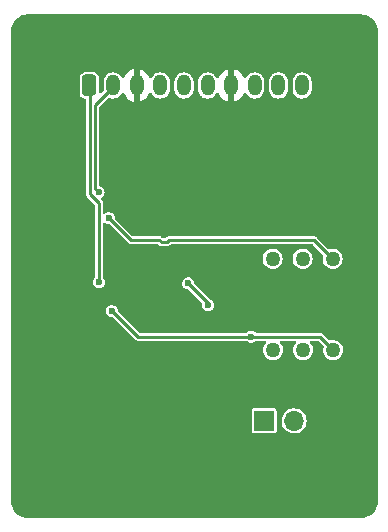
<source format=gbr>
%TF.GenerationSoftware,KiCad,Pcbnew,(6.0.8)*%
%TF.CreationDate,2023-06-01T04:28:43+02:00*%
%TF.ProjectId,BSPD-07,42535044-2d30-4372-9e6b-696361645f70,rev?*%
%TF.SameCoordinates,Original*%
%TF.FileFunction,Copper,L2,Bot*%
%TF.FilePolarity,Positive*%
%FSLAX46Y46*%
G04 Gerber Fmt 4.6, Leading zero omitted, Abs format (unit mm)*
G04 Created by KiCad (PCBNEW (6.0.8)) date 2023-06-01 04:28:43*
%MOMM*%
%LPD*%
G01*
G04 APERTURE LIST*
G04 Aperture macros list*
%AMRoundRect*
0 Rectangle with rounded corners*
0 $1 Rounding radius*
0 $2 $3 $4 $5 $6 $7 $8 $9 X,Y pos of 4 corners*
0 Add a 4 corners polygon primitive as box body*
4,1,4,$2,$3,$4,$5,$6,$7,$8,$9,$2,$3,0*
0 Add four circle primitives for the rounded corners*
1,1,$1+$1,$2,$3*
1,1,$1+$1,$4,$5*
1,1,$1+$1,$6,$7*
1,1,$1+$1,$8,$9*
0 Add four rect primitives between the rounded corners*
20,1,$1+$1,$2,$3,$4,$5,0*
20,1,$1+$1,$4,$5,$6,$7,0*
20,1,$1+$1,$6,$7,$8,$9,0*
20,1,$1+$1,$8,$9,$2,$3,0*%
G04 Aperture macros list end*
%TA.AperFunction,ComponentPad*%
%ADD10C,1.269000*%
%TD*%
%TA.AperFunction,ComponentPad*%
%ADD11R,1.700000X1.700000*%
%TD*%
%TA.AperFunction,ComponentPad*%
%ADD12O,1.700000X1.700000*%
%TD*%
%TA.AperFunction,ComponentPad*%
%ADD13RoundRect,0.250000X-0.350000X-0.650000X0.350000X-0.650000X0.350000X0.650000X-0.350000X0.650000X0*%
%TD*%
%TA.AperFunction,ComponentPad*%
%ADD14O,1.200000X1.800000*%
%TD*%
%TA.AperFunction,ViaPad*%
%ADD15C,0.600000*%
%TD*%
%TA.AperFunction,Conductor*%
%ADD16C,0.254000*%
%TD*%
%TA.AperFunction,Conductor*%
%ADD17C,0.300000*%
%TD*%
G04 APERTURE END LIST*
D10*
%TO.P,RV1,1,1*%
%TO.N,unconnected-(RV1-Pad1)*%
X170685200Y-113715800D03*
%TO.P,RV1,2,2*%
%TO.N,+5V*%
X173225200Y-113715800D03*
%TO.P,RV1,3,3*%
%TO.N,TPS_TRIG*%
X175765200Y-113715800D03*
%TD*%
%TO.P,RV2,1,1*%
%TO.N,unconnected-(RV2-Pad1)*%
X170736000Y-121437400D03*
%TO.P,RV2,2,2*%
%TO.N,+5V*%
X173276000Y-121437400D03*
%TO.P,RV2,3,3*%
%TO.N,BRAKE_TRIG*%
X175816000Y-121437400D03*
%TD*%
D11*
%TO.P,JP1,1,A*%
%TO.N,SAFETY_IN*%
X169969000Y-127431800D03*
D12*
%TO.P,JP1,2,B*%
%TO.N,SAFETY_OUT*%
X172509000Y-127431800D03*
%TD*%
D13*
%TO.P,J1,1,Pin_1*%
%TO.N,BRAKE_IN*%
X155180000Y-99034600D03*
D14*
%TO.P,J1,2,Pin_2*%
%TO.N,TPS_IN*%
X157180000Y-99034600D03*
%TO.P,J1,3,Pin_3*%
%TO.N,GND*%
X159180000Y-99034600D03*
%TO.P,J1,4,Pin_4*%
%TO.N,+5V*%
X161180000Y-99034600D03*
%TO.P,J1,5,Pin_5*%
%TO.N,SAFETY_IN*%
X163180000Y-99034600D03*
%TO.P,J1,6,Pin_6*%
%TO.N,SAFETY_OUT*%
X165180000Y-99034600D03*
%TO.P,J1,7,Pin_7*%
%TO.N,GND*%
X167180000Y-99034600D03*
%TO.P,J1,8,Pin_8*%
%TO.N,BRAKE_TRIG*%
X169180000Y-99034600D03*
%TO.P,J1,9,Pin_9*%
%TO.N,TPS_TRIG*%
X171180000Y-99034600D03*
%TO.P,J1,10,Pin_10*%
%TO.N,+12V*%
X173180000Y-99034600D03*
%TD*%
D15*
%TO.N,TPS_IN*%
X155952300Y-108077900D03*
%TO.N,GND*%
X161592000Y-121503400D03*
X154022800Y-110388400D03*
X153286200Y-110388400D03*
X160499800Y-120929400D03*
X152854400Y-105283000D03*
X171675800Y-103784400D03*
X151584400Y-120370600D03*
X161592000Y-117424200D03*
X159229800Y-120929400D03*
X155597600Y-133629400D03*
X173580800Y-104673400D03*
X159864800Y-120929400D03*
X153311600Y-118135400D03*
X150466800Y-130225800D03*
X152803600Y-126974600D03*
X169161200Y-109296200D03*
X175816000Y-132874400D03*
X169643800Y-103784400D03*
X152962800Y-109372400D03*
X154784800Y-110388400D03*
X172691800Y-103784400D03*
X172691800Y-104673400D03*
X153133800Y-129260600D03*
X173580800Y-103784400D03*
X152085600Y-112418400D03*
X163884800Y-114960400D03*
X154784800Y-118135400D03*
X154022800Y-118135400D03*
X161541200Y-109829600D03*
X161515800Y-104038400D03*
X170659800Y-104673400D03*
X152962800Y-116992400D03*
X161515800Y-111658400D03*
X164640000Y-121488200D03*
X163219600Y-131699000D03*
X171675800Y-104673400D03*
X170659800Y-103784400D03*
%TO.N,+5V*%
X165204302Y-117627400D03*
X163547800Y-115798600D03*
%TO.N,BRAKE_IN*%
X155969300Y-115680900D03*
%TO.N,TPS_TRIG*%
X156816800Y-110261400D03*
%TO.N,BRAKE_TRIG*%
X168873800Y-120302400D03*
X157070800Y-118135400D03*
%TD*%
D16*
%TO.N,TPS_IN*%
X155952300Y-108077900D02*
X155687600Y-107813200D01*
X157180000Y-99179400D02*
X157180000Y-99034600D01*
X155687600Y-107813200D02*
X155687600Y-100671800D01*
X155687600Y-100671800D02*
X157180000Y-99179400D01*
D17*
%TO.N,+5V*%
X165204302Y-117455102D02*
X163547800Y-115798600D01*
X165204302Y-117627400D02*
X165204302Y-117455102D01*
D16*
%TO.N,BRAKE_IN*%
X155233600Y-108245912D02*
X155233600Y-99088200D01*
X155969300Y-115680900D02*
X155969300Y-108981612D01*
X155233600Y-99088200D02*
X155180000Y-99034600D01*
X155969300Y-108981612D02*
X155233600Y-108245912D01*
%TO.N,TPS_TRIG*%
X161256088Y-112285400D02*
X161775512Y-112285400D01*
X158696400Y-112141000D02*
X161111688Y-112141000D01*
X156816800Y-110261400D02*
X158696400Y-112141000D01*
X161111688Y-112141000D02*
X161256088Y-112285400D01*
X174190400Y-112141000D02*
X175765200Y-113715800D01*
X161775512Y-112285400D02*
X161919912Y-112141000D01*
X161919912Y-112141000D02*
X174190400Y-112141000D01*
%TO.N,BRAKE_TRIG*%
X157070800Y-118135400D02*
X157121600Y-118135400D01*
X174681000Y-120302400D02*
X175816000Y-121437400D01*
X168873800Y-120302400D02*
X174681000Y-120302400D01*
X157121600Y-118135400D02*
X159288600Y-120302400D01*
X159288600Y-120302400D02*
X168873800Y-120302400D01*
%TD*%
%TA.AperFunction,Conductor*%
%TO.N,GND*%
G36*
X178133961Y-93022274D02*
G01*
X178138598Y-93022282D01*
X178152427Y-93025462D01*
X178166269Y-93022330D01*
X178176630Y-93022348D01*
X178186289Y-93022736D01*
X178368572Y-93037082D01*
X178388099Y-93040175D01*
X178588921Y-93088388D01*
X178607715Y-93094494D01*
X178798524Y-93173530D01*
X178816129Y-93182500D01*
X178992229Y-93290414D01*
X179008224Y-93302036D01*
X179165261Y-93436158D01*
X179179242Y-93450139D01*
X179313364Y-93607176D01*
X179324985Y-93623169D01*
X179432900Y-93799271D01*
X179441870Y-93816876D01*
X179520904Y-94007680D01*
X179527014Y-94026484D01*
X179575225Y-94227300D01*
X179578318Y-94246828D01*
X179592744Y-94430128D01*
X179593132Y-94440233D01*
X179593118Y-94448399D01*
X179589938Y-94462227D01*
X179593070Y-94476068D01*
X179593063Y-94479978D01*
X179595300Y-94500000D01*
X179595300Y-134162910D01*
X179593126Y-134182061D01*
X179593118Y-134186698D01*
X179589938Y-134200527D01*
X179593070Y-134214369D01*
X179593052Y-134224730D01*
X179592664Y-134234396D01*
X179578318Y-134416672D01*
X179575225Y-134436200D01*
X179527014Y-134637016D01*
X179520906Y-134655815D01*
X179441870Y-134846624D01*
X179432900Y-134864229D01*
X179402384Y-134914027D01*
X179324986Y-135040329D01*
X179313364Y-135056324D01*
X179179242Y-135213361D01*
X179165261Y-135227342D01*
X179008224Y-135361464D01*
X178992231Y-135373085D01*
X178816129Y-135481000D01*
X178798524Y-135489970D01*
X178607715Y-135569006D01*
X178588921Y-135575112D01*
X178388100Y-135623325D01*
X178368572Y-135626418D01*
X178185272Y-135640844D01*
X178175167Y-135641232D01*
X178167001Y-135641218D01*
X178153173Y-135638038D01*
X178139332Y-135641170D01*
X178135422Y-135641163D01*
X178115400Y-135643400D01*
X149996790Y-135643400D01*
X149977639Y-135641226D01*
X149973002Y-135641218D01*
X149959173Y-135638038D01*
X149945331Y-135641170D01*
X149934970Y-135641152D01*
X149925311Y-135640764D01*
X149743028Y-135626418D01*
X149723500Y-135623325D01*
X149522679Y-135575112D01*
X149503885Y-135569006D01*
X149313076Y-135489970D01*
X149295471Y-135481000D01*
X149119369Y-135373085D01*
X149103376Y-135361464D01*
X148946339Y-135227342D01*
X148932358Y-135213361D01*
X148798236Y-135056324D01*
X148786614Y-135040329D01*
X148709216Y-134914027D01*
X148678700Y-134864229D01*
X148669730Y-134846624D01*
X148590694Y-134655815D01*
X148584586Y-134637016D01*
X148536375Y-134436200D01*
X148533282Y-134416672D01*
X148519140Y-134236984D01*
X148519578Y-134212695D01*
X148520049Y-134208601D01*
X148521661Y-134201647D01*
X148521662Y-134200900D01*
X148519454Y-134191222D01*
X148516300Y-134163207D01*
X148516300Y-126561263D01*
X168910500Y-126561263D01*
X168910501Y-128302336D01*
X168922597Y-128363153D01*
X168968680Y-128432120D01*
X169037647Y-128478203D01*
X169049816Y-128480624D01*
X169049817Y-128480624D01*
X169091519Y-128488919D01*
X169098463Y-128490300D01*
X169968859Y-128490300D01*
X170839536Y-128490299D01*
X170900353Y-128478203D01*
X170910670Y-128471310D01*
X170910671Y-128471309D01*
X170959007Y-128439011D01*
X170969320Y-128432120D01*
X171015403Y-128363153D01*
X171017825Y-128350980D01*
X171026293Y-128308405D01*
X171027500Y-128302337D01*
X171027499Y-127416950D01*
X171445482Y-127416950D01*
X171462852Y-127623804D01*
X171520069Y-127823345D01*
X171522887Y-127828827D01*
X171522888Y-127828831D01*
X171612135Y-128002486D01*
X171614955Y-128007973D01*
X171743894Y-128170654D01*
X171748581Y-128174643D01*
X171748584Y-128174646D01*
X171897284Y-128301199D01*
X171901976Y-128305192D01*
X172083180Y-128406464D01*
X172280603Y-128470610D01*
X172486725Y-128495189D01*
X172492860Y-128494717D01*
X172492862Y-128494717D01*
X172687555Y-128479736D01*
X172687560Y-128479735D01*
X172693696Y-128479263D01*
X172699626Y-128477607D01*
X172699628Y-128477607D01*
X172793664Y-128451351D01*
X172893632Y-128423440D01*
X172992558Y-128373469D01*
X173073416Y-128332625D01*
X173073418Y-128332624D01*
X173078917Y-128329846D01*
X173242495Y-128202045D01*
X173378133Y-128044906D01*
X173480667Y-127864414D01*
X173546190Y-127667444D01*
X173572207Y-127461498D01*
X173572622Y-127431800D01*
X173552365Y-127225208D01*
X173492368Y-127026485D01*
X173394913Y-126843201D01*
X173346083Y-126783329D01*
X173267610Y-126687111D01*
X173267607Y-126687108D01*
X173263715Y-126682336D01*
X173256770Y-126676590D01*
X173108518Y-126553945D01*
X173108519Y-126553945D01*
X173103770Y-126550017D01*
X173098353Y-126547088D01*
X173098350Y-126547086D01*
X172926590Y-126454216D01*
X172926585Y-126454214D01*
X172921170Y-126451286D01*
X172722871Y-126389902D01*
X172716746Y-126389258D01*
X172716745Y-126389258D01*
X172522554Y-126368848D01*
X172522552Y-126368848D01*
X172516425Y-126368204D01*
X172447168Y-126374507D01*
X172315836Y-126386459D01*
X172315833Y-126386460D01*
X172309697Y-126387018D01*
X172303791Y-126388756D01*
X172303787Y-126388757D01*
X172182041Y-126424589D01*
X172110560Y-126445627D01*
X171926600Y-126541799D01*
X171764823Y-126671871D01*
X171760865Y-126676588D01*
X171760863Y-126676590D01*
X171756042Y-126682336D01*
X171631391Y-126830889D01*
X171628427Y-126836281D01*
X171628424Y-126836285D01*
X171624622Y-126843201D01*
X171531387Y-127012795D01*
X171468621Y-127210661D01*
X171467935Y-127216778D01*
X171467934Y-127216782D01*
X171466989Y-127225208D01*
X171445482Y-127416950D01*
X171027499Y-127416950D01*
X171027499Y-126561264D01*
X171015403Y-126500447D01*
X170969320Y-126431480D01*
X170900353Y-126385397D01*
X170888184Y-126382976D01*
X170888183Y-126382976D01*
X170845605Y-126374507D01*
X170839537Y-126373300D01*
X169969141Y-126373300D01*
X169098464Y-126373301D01*
X169037647Y-126385397D01*
X169027330Y-126392290D01*
X169027329Y-126392291D01*
X168983065Y-126421868D01*
X168968680Y-126431480D01*
X168922597Y-126500447D01*
X168920176Y-126512616D01*
X168920176Y-126512617D01*
X168914939Y-126538945D01*
X168910500Y-126561263D01*
X148516300Y-126561263D01*
X148516300Y-118129124D01*
X156557109Y-118129124D01*
X156575995Y-118273552D01*
X156579609Y-118281765D01*
X156579610Y-118281769D01*
X156619367Y-118372122D01*
X156634659Y-118406874D01*
X156728383Y-118518373D01*
X156735860Y-118523350D01*
X156842161Y-118594110D01*
X156842163Y-118594111D01*
X156849634Y-118599084D01*
X156988664Y-118642521D01*
X157068829Y-118643990D01*
X157106511Y-118644681D01*
X157174254Y-118665928D01*
X157193297Y-118681565D01*
X159037112Y-120525381D01*
X159044538Y-120533484D01*
X159069618Y-120563373D01*
X159079161Y-120568883D01*
X159079165Y-120568886D01*
X159103397Y-120582876D01*
X159112664Y-120588780D01*
X159144624Y-120611158D01*
X159155275Y-120614012D01*
X159158847Y-120615678D01*
X159162539Y-120617022D01*
X159172082Y-120622531D01*
X159182935Y-120624445D01*
X159182936Y-120624445D01*
X159198396Y-120627171D01*
X159210494Y-120629304D01*
X159221224Y-120631683D01*
X159248256Y-120638926D01*
X159248257Y-120638926D01*
X159258908Y-120641780D01*
X159297781Y-120638379D01*
X159308763Y-120637900D01*
X168432790Y-120637900D01*
X168500911Y-120657902D01*
X168518304Y-120673203D01*
X168518916Y-120672518D01*
X168525603Y-120678497D01*
X168531383Y-120685373D01*
X168538860Y-120690350D01*
X168645161Y-120761110D01*
X168645163Y-120761111D01*
X168652634Y-120766084D01*
X168791664Y-120809521D01*
X168937298Y-120812190D01*
X169007562Y-120793034D01*
X169069163Y-120776239D01*
X169069164Y-120776239D01*
X169077826Y-120773877D01*
X169086159Y-120768761D01*
X169175755Y-120713749D01*
X169201954Y-120697663D01*
X169208574Y-120690350D01*
X169218536Y-120679344D01*
X169279079Y-120642263D01*
X169311950Y-120637900D01*
X170038505Y-120637900D01*
X170106626Y-120657902D01*
X170153119Y-120711558D01*
X170163223Y-120781832D01*
X170132141Y-120848210D01*
X170050242Y-120939168D01*
X169961640Y-121092633D01*
X169959602Y-121098906D01*
X169959600Y-121098910D01*
X169948128Y-121134217D01*
X169906880Y-121261165D01*
X169888357Y-121437400D01*
X169906880Y-121613635D01*
X169961640Y-121782167D01*
X170050242Y-121935632D01*
X170168816Y-122067322D01*
X170174158Y-122071203D01*
X170174160Y-122071205D01*
X170306836Y-122167599D01*
X170312178Y-122171480D01*
X170318206Y-122174164D01*
X170318208Y-122174165D01*
X170468031Y-122240870D01*
X170474064Y-122243556D01*
X170480522Y-122244929D01*
X170480526Y-122244930D01*
X170567132Y-122263339D01*
X170647397Y-122280400D01*
X170824603Y-122280400D01*
X170904868Y-122263339D01*
X170991474Y-122244930D01*
X170991478Y-122244929D01*
X170997936Y-122243556D01*
X171003969Y-122240870D01*
X171153792Y-122174165D01*
X171153794Y-122174164D01*
X171159822Y-122171480D01*
X171165164Y-122167599D01*
X171297840Y-122071205D01*
X171297842Y-122071203D01*
X171303184Y-122067322D01*
X171421758Y-121935632D01*
X171510360Y-121782167D01*
X171565120Y-121613635D01*
X171583643Y-121437400D01*
X171565120Y-121261165D01*
X171523872Y-121134217D01*
X171512400Y-121098910D01*
X171512398Y-121098906D01*
X171510360Y-121092633D01*
X171421758Y-120939168D01*
X171339859Y-120848210D01*
X171309142Y-120784203D01*
X171317906Y-120713749D01*
X171363368Y-120659218D01*
X171433495Y-120637900D01*
X172578505Y-120637900D01*
X172646626Y-120657902D01*
X172693119Y-120711558D01*
X172703223Y-120781832D01*
X172672141Y-120848210D01*
X172590242Y-120939168D01*
X172501640Y-121092633D01*
X172499602Y-121098906D01*
X172499600Y-121098910D01*
X172488128Y-121134217D01*
X172446880Y-121261165D01*
X172428357Y-121437400D01*
X172446880Y-121613635D01*
X172501640Y-121782167D01*
X172590242Y-121935632D01*
X172708816Y-122067322D01*
X172714158Y-122071203D01*
X172714160Y-122071205D01*
X172846836Y-122167599D01*
X172852178Y-122171480D01*
X172858206Y-122174164D01*
X172858208Y-122174165D01*
X173008031Y-122240870D01*
X173014064Y-122243556D01*
X173020522Y-122244929D01*
X173020526Y-122244930D01*
X173107132Y-122263339D01*
X173187397Y-122280400D01*
X173364603Y-122280400D01*
X173444868Y-122263339D01*
X173531474Y-122244930D01*
X173531478Y-122244929D01*
X173537936Y-122243556D01*
X173543969Y-122240870D01*
X173693792Y-122174165D01*
X173693794Y-122174164D01*
X173699822Y-122171480D01*
X173705164Y-122167599D01*
X173837840Y-122071205D01*
X173837842Y-122071203D01*
X173843184Y-122067322D01*
X173961758Y-121935632D01*
X174050360Y-121782167D01*
X174105120Y-121613635D01*
X174123643Y-121437400D01*
X174105120Y-121261165D01*
X174063872Y-121134217D01*
X174052400Y-121098910D01*
X174052398Y-121098906D01*
X174050360Y-121092633D01*
X173961758Y-120939168D01*
X173879859Y-120848210D01*
X173849142Y-120784203D01*
X173857906Y-120713749D01*
X173903368Y-120659218D01*
X173973495Y-120637900D01*
X174489842Y-120637900D01*
X174557963Y-120657902D01*
X174578937Y-120674805D01*
X174976037Y-121071905D01*
X175010063Y-121134217D01*
X175006775Y-121199935D01*
X174986880Y-121261165D01*
X174968357Y-121437400D01*
X174986880Y-121613635D01*
X175041640Y-121782167D01*
X175130242Y-121935632D01*
X175248816Y-122067322D01*
X175254158Y-122071203D01*
X175254160Y-122071205D01*
X175386836Y-122167599D01*
X175392178Y-122171480D01*
X175398206Y-122174164D01*
X175398208Y-122174165D01*
X175548031Y-122240870D01*
X175554064Y-122243556D01*
X175560522Y-122244929D01*
X175560526Y-122244930D01*
X175647132Y-122263339D01*
X175727397Y-122280400D01*
X175904603Y-122280400D01*
X175984868Y-122263339D01*
X176071474Y-122244930D01*
X176071478Y-122244929D01*
X176077936Y-122243556D01*
X176083969Y-122240870D01*
X176233792Y-122174165D01*
X176233794Y-122174164D01*
X176239822Y-122171480D01*
X176245164Y-122167599D01*
X176377840Y-122071205D01*
X176377842Y-122071203D01*
X176383184Y-122067322D01*
X176501758Y-121935632D01*
X176590360Y-121782167D01*
X176645120Y-121613635D01*
X176663643Y-121437400D01*
X176645120Y-121261165D01*
X176603872Y-121134217D01*
X176592400Y-121098910D01*
X176592398Y-121098906D01*
X176590360Y-121092633D01*
X176501758Y-120939168D01*
X176383184Y-120807478D01*
X176377842Y-120803597D01*
X176377840Y-120803595D01*
X176245164Y-120707201D01*
X176245163Y-120707200D01*
X176239822Y-120703320D01*
X176233794Y-120700636D01*
X176233792Y-120700635D01*
X176083969Y-120633930D01*
X176077936Y-120631244D01*
X176071478Y-120629871D01*
X176071474Y-120629870D01*
X175983441Y-120611158D01*
X175904603Y-120594400D01*
X175727397Y-120594400D01*
X175563455Y-120629248D01*
X175492665Y-120623846D01*
X175448164Y-120595096D01*
X174932493Y-120079425D01*
X174925066Y-120071321D01*
X174907068Y-120049872D01*
X174899982Y-120041427D01*
X174890437Y-120035916D01*
X174890433Y-120035913D01*
X174866194Y-120021919D01*
X174856923Y-120016013D01*
X174824976Y-119993643D01*
X174814328Y-119990790D01*
X174810754Y-119989123D01*
X174807063Y-119987779D01*
X174797518Y-119982269D01*
X174786665Y-119980355D01*
X174786664Y-119980355D01*
X174771389Y-119977662D01*
X174759096Y-119975494D01*
X174748365Y-119973115D01*
X174721339Y-119965873D01*
X174721334Y-119965873D01*
X174710692Y-119963021D01*
X174699717Y-119963981D01*
X174699715Y-119963981D01*
X174671826Y-119966421D01*
X174660845Y-119966900D01*
X169313752Y-119966900D01*
X169245631Y-119946898D01*
X169218302Y-119923151D01*
X169217377Y-119922078D01*
X169217375Y-119922077D01*
X169211513Y-119915273D01*
X169089285Y-119836048D01*
X168949734Y-119794314D01*
X168940758Y-119794259D01*
X168940757Y-119794259D01*
X168879444Y-119793885D01*
X168804079Y-119793424D01*
X168664029Y-119833451D01*
X168540842Y-119911176D01*
X168529242Y-119924310D01*
X168469157Y-119962126D01*
X168434803Y-119966900D01*
X159479759Y-119966900D01*
X159411638Y-119946898D01*
X159390664Y-119929995D01*
X157612283Y-118151615D01*
X157578258Y-118089303D01*
X157576651Y-118080382D01*
X157565155Y-118000107D01*
X157565152Y-118000098D01*
X157563880Y-117991213D01*
X157532108Y-117921334D01*
X157507308Y-117866790D01*
X157507307Y-117866788D01*
X157503592Y-117858618D01*
X157408513Y-117748273D01*
X157286285Y-117669048D01*
X157146734Y-117627314D01*
X157137758Y-117627259D01*
X157137757Y-117627259D01*
X157076444Y-117626885D01*
X157001079Y-117626424D01*
X156861029Y-117666451D01*
X156737842Y-117744176D01*
X156641422Y-117853351D01*
X156637608Y-117861474D01*
X156637607Y-117861476D01*
X156616426Y-117906590D01*
X156579519Y-117985200D01*
X156578139Y-117994065D01*
X156578138Y-117994067D01*
X156561451Y-118101239D01*
X156557109Y-118129124D01*
X148516300Y-118129124D01*
X148516300Y-99739388D01*
X154371500Y-99739388D01*
X154374534Y-99771485D01*
X154420216Y-99901569D01*
X154502129Y-100012471D01*
X154509700Y-100018063D01*
X154590933Y-100078062D01*
X154613031Y-100094384D01*
X154621916Y-100097504D01*
X154735870Y-100137522D01*
X154735872Y-100137522D01*
X154743115Y-100140066D01*
X154750759Y-100140789D01*
X154750761Y-100140789D01*
X154760005Y-100141663D01*
X154775212Y-100143100D01*
X154778050Y-100143100D01*
X154845134Y-100166278D01*
X154889050Y-100222062D01*
X154898100Y-100268953D01*
X154898100Y-108225757D01*
X154897621Y-108236738D01*
X154894221Y-108275604D01*
X154897073Y-108286246D01*
X154897073Y-108286251D01*
X154904315Y-108313277D01*
X154906694Y-108324008D01*
X154913469Y-108362430D01*
X154918979Y-108371975D01*
X154920323Y-108375666D01*
X154921990Y-108379240D01*
X154924843Y-108389888D01*
X154947213Y-108421835D01*
X154953119Y-108431106D01*
X154967113Y-108455345D01*
X154967116Y-108455349D01*
X154972627Y-108464894D01*
X154981072Y-108471980D01*
X155002515Y-108489973D01*
X155010620Y-108497400D01*
X155596896Y-109083677D01*
X155630921Y-109145989D01*
X155633800Y-109172772D01*
X155633800Y-115244880D01*
X155613798Y-115313001D01*
X155602242Y-115328287D01*
X155539922Y-115398851D01*
X155536108Y-115406974D01*
X155536107Y-115406976D01*
X155484662Y-115516551D01*
X155478019Y-115530700D01*
X155476639Y-115539565D01*
X155476638Y-115539567D01*
X155458312Y-115657267D01*
X155455609Y-115674624D01*
X155456773Y-115683526D01*
X155456773Y-115683529D01*
X155467415Y-115764908D01*
X155474495Y-115819052D01*
X155478109Y-115827265D01*
X155478110Y-115827269D01*
X155478537Y-115828239D01*
X155533159Y-115952374D01*
X155538934Y-115959244D01*
X155538935Y-115959246D01*
X155546440Y-115968174D01*
X155626883Y-116063873D01*
X155634360Y-116068850D01*
X155740661Y-116139610D01*
X155740663Y-116139611D01*
X155748134Y-116144584D01*
X155887164Y-116188021D01*
X156032798Y-116190690D01*
X156103062Y-116171533D01*
X156164663Y-116154739D01*
X156164664Y-116154739D01*
X156173326Y-116152377D01*
X156181659Y-116147261D01*
X156289802Y-116080861D01*
X156297454Y-116076163D01*
X156304074Y-116068850D01*
X156389173Y-115974834D01*
X156389174Y-115974833D01*
X156395201Y-115968174D01*
X156414739Y-115927849D01*
X156454795Y-115845172D01*
X156454795Y-115845171D01*
X156458710Y-115837091D01*
X156466242Y-115792324D01*
X163034109Y-115792324D01*
X163035273Y-115801226D01*
X163035273Y-115801229D01*
X163046896Y-115890114D01*
X163052995Y-115936752D01*
X163056609Y-115944965D01*
X163056610Y-115944969D01*
X163096367Y-116035322D01*
X163111659Y-116070074D01*
X163117434Y-116076944D01*
X163117435Y-116076946D01*
X163176541Y-116147261D01*
X163205383Y-116181573D01*
X163219079Y-116190690D01*
X163319161Y-116257310D01*
X163319163Y-116257311D01*
X163326634Y-116262284D01*
X163465664Y-116305721D01*
X163498627Y-116306325D01*
X163566369Y-116327572D01*
X163585413Y-116343209D01*
X164668631Y-117426426D01*
X164702656Y-117488738D01*
X164704036Y-117534905D01*
X164690611Y-117621124D01*
X164691775Y-117630026D01*
X164691775Y-117630029D01*
X164697164Y-117671239D01*
X164709497Y-117765552D01*
X164713111Y-117773765D01*
X164713112Y-117773769D01*
X164748130Y-117853351D01*
X164768161Y-117898874D01*
X164773936Y-117905744D01*
X164773937Y-117905746D01*
X164856105Y-118003497D01*
X164861885Y-118010373D01*
X164869362Y-118015350D01*
X164975663Y-118086110D01*
X164975665Y-118086111D01*
X164983136Y-118091084D01*
X165122166Y-118134521D01*
X165267800Y-118137190D01*
X165338064Y-118118033D01*
X165399665Y-118101239D01*
X165399666Y-118101239D01*
X165408328Y-118098877D01*
X165416661Y-118093761D01*
X165524804Y-118027361D01*
X165532456Y-118022663D01*
X165539076Y-118015350D01*
X165624175Y-117921334D01*
X165624176Y-117921333D01*
X165630203Y-117914674D01*
X165660657Y-117851818D01*
X165689797Y-117791672D01*
X165689797Y-117791671D01*
X165693712Y-117783591D01*
X165712983Y-117669048D01*
X165717072Y-117644744D01*
X165717072Y-117644741D01*
X165717878Y-117639952D01*
X165718031Y-117627400D01*
X165697382Y-117483213D01*
X165692673Y-117472856D01*
X165640810Y-117358790D01*
X165640809Y-117358788D01*
X165637094Y-117350618D01*
X165542015Y-117240273D01*
X165423713Y-117163592D01*
X165403150Y-117146955D01*
X164092336Y-115836141D01*
X164058310Y-115773829D01*
X164056704Y-115764908D01*
X164042154Y-115663306D01*
X164042153Y-115663303D01*
X164040880Y-115654413D01*
X164037162Y-115646235D01*
X163984308Y-115529990D01*
X163984307Y-115529988D01*
X163980592Y-115521818D01*
X163885513Y-115411473D01*
X163763285Y-115332248D01*
X163623734Y-115290514D01*
X163614758Y-115290459D01*
X163614757Y-115290459D01*
X163553444Y-115290085D01*
X163478079Y-115289624D01*
X163338029Y-115329651D01*
X163214842Y-115407376D01*
X163118422Y-115516551D01*
X163114608Y-115524674D01*
X163114607Y-115524676D01*
X163060333Y-115640276D01*
X163056519Y-115648400D01*
X163055139Y-115657265D01*
X163055138Y-115657267D01*
X163036989Y-115773829D01*
X163034109Y-115792324D01*
X156466242Y-115792324D01*
X156482876Y-115693452D01*
X156483029Y-115680900D01*
X156462380Y-115536713D01*
X156456907Y-115524676D01*
X156405808Y-115412290D01*
X156405807Y-115412288D01*
X156402092Y-115404118D01*
X156391757Y-115392123D01*
X156335346Y-115326655D01*
X156306033Y-115261993D01*
X156304800Y-115244408D01*
X156304800Y-113715800D01*
X169837557Y-113715800D01*
X169856080Y-113892035D01*
X169910840Y-114060567D01*
X169999442Y-114214032D01*
X170118016Y-114345722D01*
X170123358Y-114349603D01*
X170123360Y-114349605D01*
X170256036Y-114445999D01*
X170261378Y-114449880D01*
X170267406Y-114452564D01*
X170267408Y-114452565D01*
X170417231Y-114519270D01*
X170423264Y-114521956D01*
X170429722Y-114523329D01*
X170429726Y-114523330D01*
X170516332Y-114541739D01*
X170596597Y-114558800D01*
X170773803Y-114558800D01*
X170854068Y-114541739D01*
X170940674Y-114523330D01*
X170940678Y-114523329D01*
X170947136Y-114521956D01*
X170953169Y-114519270D01*
X171102992Y-114452565D01*
X171102994Y-114452564D01*
X171109022Y-114449880D01*
X171114364Y-114445999D01*
X171247040Y-114349605D01*
X171247042Y-114349603D01*
X171252384Y-114345722D01*
X171370958Y-114214032D01*
X171459560Y-114060567D01*
X171514320Y-113892035D01*
X171532843Y-113715800D01*
X172377557Y-113715800D01*
X172396080Y-113892035D01*
X172450840Y-114060567D01*
X172539442Y-114214032D01*
X172658016Y-114345722D01*
X172663358Y-114349603D01*
X172663360Y-114349605D01*
X172796036Y-114445999D01*
X172801378Y-114449880D01*
X172807406Y-114452564D01*
X172807408Y-114452565D01*
X172957231Y-114519270D01*
X172963264Y-114521956D01*
X172969722Y-114523329D01*
X172969726Y-114523330D01*
X173056332Y-114541739D01*
X173136597Y-114558800D01*
X173313803Y-114558800D01*
X173394068Y-114541739D01*
X173480674Y-114523330D01*
X173480678Y-114523329D01*
X173487136Y-114521956D01*
X173493169Y-114519270D01*
X173642992Y-114452565D01*
X173642994Y-114452564D01*
X173649022Y-114449880D01*
X173654364Y-114445999D01*
X173787040Y-114349605D01*
X173787042Y-114349603D01*
X173792384Y-114345722D01*
X173910958Y-114214032D01*
X173999560Y-114060567D01*
X174054320Y-113892035D01*
X174072843Y-113715800D01*
X174054320Y-113539565D01*
X174013072Y-113412617D01*
X174001600Y-113377310D01*
X174001598Y-113377306D01*
X173999560Y-113371033D01*
X173910958Y-113217568D01*
X173792384Y-113085878D01*
X173787041Y-113081996D01*
X173787040Y-113081995D01*
X173654364Y-112985601D01*
X173654361Y-112985599D01*
X173649022Y-112981720D01*
X173642994Y-112979036D01*
X173642992Y-112979035D01*
X173493169Y-112912330D01*
X173487136Y-112909644D01*
X173480678Y-112908271D01*
X173480674Y-112908270D01*
X173394068Y-112889861D01*
X173313803Y-112872800D01*
X173136597Y-112872800D01*
X173056332Y-112889861D01*
X172969726Y-112908270D01*
X172969722Y-112908271D01*
X172963264Y-112909644D01*
X172851386Y-112959455D01*
X172807410Y-112979035D01*
X172801379Y-112981720D01*
X172658016Y-113085878D01*
X172539442Y-113217568D01*
X172450840Y-113371033D01*
X172448802Y-113377306D01*
X172448800Y-113377310D01*
X172437328Y-113412617D01*
X172396080Y-113539565D01*
X172377557Y-113715800D01*
X171532843Y-113715800D01*
X171514320Y-113539565D01*
X171473072Y-113412617D01*
X171461600Y-113377310D01*
X171461598Y-113377306D01*
X171459560Y-113371033D01*
X171370958Y-113217568D01*
X171252384Y-113085878D01*
X171247041Y-113081996D01*
X171247040Y-113081995D01*
X171114364Y-112985601D01*
X171114361Y-112985599D01*
X171109022Y-112981720D01*
X171102994Y-112979036D01*
X171102992Y-112979035D01*
X170953169Y-112912330D01*
X170947136Y-112909644D01*
X170940678Y-112908271D01*
X170940674Y-112908270D01*
X170854068Y-112889861D01*
X170773803Y-112872800D01*
X170596597Y-112872800D01*
X170516332Y-112889861D01*
X170429726Y-112908270D01*
X170429722Y-112908271D01*
X170423264Y-112909644D01*
X170311386Y-112959455D01*
X170267410Y-112979035D01*
X170261379Y-112981720D01*
X170118016Y-113085878D01*
X169999442Y-113217568D01*
X169910840Y-113371033D01*
X169908802Y-113377306D01*
X169908800Y-113377310D01*
X169897328Y-113412617D01*
X169856080Y-113539565D01*
X169837557Y-113715800D01*
X156304800Y-113715800D01*
X156304800Y-110766724D01*
X156324802Y-110698603D01*
X156378458Y-110652110D01*
X156448732Y-110642006D01*
X156500619Y-110661837D01*
X156588161Y-110720110D01*
X156588163Y-110720111D01*
X156595634Y-110725084D01*
X156734664Y-110768521D01*
X156800762Y-110769732D01*
X156868504Y-110790979D01*
X156887548Y-110806616D01*
X158444912Y-112363981D01*
X158452338Y-112372084D01*
X158477418Y-112401973D01*
X158486961Y-112407483D01*
X158486965Y-112407486D01*
X158511197Y-112421476D01*
X158520464Y-112427380D01*
X158552424Y-112449758D01*
X158563075Y-112452612D01*
X158566647Y-112454278D01*
X158570339Y-112455622D01*
X158579882Y-112461131D01*
X158590735Y-112463045D01*
X158590736Y-112463045D01*
X158606196Y-112465771D01*
X158618294Y-112467904D01*
X158629024Y-112470283D01*
X158656056Y-112477526D01*
X158656057Y-112477526D01*
X158666708Y-112480380D01*
X158705581Y-112476979D01*
X158716563Y-112476500D01*
X160919721Y-112476500D01*
X160987842Y-112496502D01*
X161016241Y-112521507D01*
X161037106Y-112546373D01*
X161046651Y-112551884D01*
X161070889Y-112565878D01*
X161080157Y-112571782D01*
X161112112Y-112594157D01*
X161122759Y-112597010D01*
X161126334Y-112598677D01*
X161130025Y-112600021D01*
X161139570Y-112605531D01*
X161150423Y-112607445D01*
X161150424Y-112607445D01*
X161165699Y-112610138D01*
X161177992Y-112612306D01*
X161188723Y-112614685D01*
X161215744Y-112621925D01*
X161215745Y-112621925D01*
X161226396Y-112624779D01*
X161265258Y-112621379D01*
X161276240Y-112620900D01*
X161755357Y-112620900D01*
X161766338Y-112621379D01*
X161794227Y-112623819D01*
X161794229Y-112623819D01*
X161805204Y-112624779D01*
X161815846Y-112621927D01*
X161815851Y-112621927D01*
X161842877Y-112614685D01*
X161853608Y-112612306D01*
X161865901Y-112610138D01*
X161881176Y-112607445D01*
X161881177Y-112607445D01*
X161892030Y-112605531D01*
X161901575Y-112600021D01*
X161905266Y-112598677D01*
X161908840Y-112597010D01*
X161919488Y-112594157D01*
X161951441Y-112571783D01*
X161960706Y-112565881D01*
X161984945Y-112551887D01*
X161984949Y-112551884D01*
X161994494Y-112546373D01*
X162001579Y-112537929D01*
X162001583Y-112537926D01*
X162015357Y-112521510D01*
X162074466Y-112482183D01*
X162111879Y-112476500D01*
X173999242Y-112476500D01*
X174067363Y-112496502D01*
X174088337Y-112513405D01*
X174925237Y-113350305D01*
X174959263Y-113412617D01*
X174955975Y-113478335D01*
X174936080Y-113539565D01*
X174917557Y-113715800D01*
X174936080Y-113892035D01*
X174990840Y-114060567D01*
X175079442Y-114214032D01*
X175198016Y-114345722D01*
X175203358Y-114349603D01*
X175203360Y-114349605D01*
X175336036Y-114445999D01*
X175341378Y-114449880D01*
X175347406Y-114452564D01*
X175347408Y-114452565D01*
X175497231Y-114519270D01*
X175503264Y-114521956D01*
X175509722Y-114523329D01*
X175509726Y-114523330D01*
X175596332Y-114541739D01*
X175676597Y-114558800D01*
X175853803Y-114558800D01*
X175934068Y-114541739D01*
X176020674Y-114523330D01*
X176020678Y-114523329D01*
X176027136Y-114521956D01*
X176033169Y-114519270D01*
X176182992Y-114452565D01*
X176182994Y-114452564D01*
X176189022Y-114449880D01*
X176194364Y-114445999D01*
X176327040Y-114349605D01*
X176327042Y-114349603D01*
X176332384Y-114345722D01*
X176450958Y-114214032D01*
X176539560Y-114060567D01*
X176594320Y-113892035D01*
X176612843Y-113715800D01*
X176594320Y-113539565D01*
X176553072Y-113412617D01*
X176541600Y-113377310D01*
X176541598Y-113377306D01*
X176539560Y-113371033D01*
X176450958Y-113217568D01*
X176332384Y-113085878D01*
X176327041Y-113081996D01*
X176327040Y-113081995D01*
X176194364Y-112985601D01*
X176194361Y-112985599D01*
X176189022Y-112981720D01*
X176182994Y-112979036D01*
X176182992Y-112979035D01*
X176033169Y-112912330D01*
X176027136Y-112909644D01*
X176020678Y-112908271D01*
X176020674Y-112908270D01*
X175934068Y-112889861D01*
X175853803Y-112872800D01*
X175676597Y-112872800D01*
X175670129Y-112874175D01*
X175670128Y-112874175D01*
X175512657Y-112907647D01*
X175441867Y-112902246D01*
X175397368Y-112873499D01*
X174441882Y-111918014D01*
X174434466Y-111909921D01*
X174430245Y-111904891D01*
X174409382Y-111880027D01*
X174399837Y-111874516D01*
X174399833Y-111874513D01*
X174375594Y-111860519D01*
X174366323Y-111854613D01*
X174334376Y-111832243D01*
X174323728Y-111829390D01*
X174320154Y-111827723D01*
X174316463Y-111826379D01*
X174306918Y-111820869D01*
X174296065Y-111818955D01*
X174296064Y-111818955D01*
X174280789Y-111816262D01*
X174268496Y-111814094D01*
X174257765Y-111811715D01*
X174230739Y-111804473D01*
X174230734Y-111804473D01*
X174220092Y-111801621D01*
X174209117Y-111802581D01*
X174209115Y-111802581D01*
X174181226Y-111805021D01*
X174170245Y-111805500D01*
X161940064Y-111805500D01*
X161929082Y-111805021D01*
X161922818Y-111804473D01*
X161890220Y-111801621D01*
X161879569Y-111804475D01*
X161879568Y-111804475D01*
X161852547Y-111811715D01*
X161841816Y-111814094D01*
X161829523Y-111816262D01*
X161814248Y-111818955D01*
X161814247Y-111818955D01*
X161803394Y-111820869D01*
X161793849Y-111826379D01*
X161790158Y-111827723D01*
X161786583Y-111829390D01*
X161775936Y-111832243D01*
X161766907Y-111838565D01*
X161743982Y-111854617D01*
X161734718Y-111860519D01*
X161700930Y-111880027D01*
X161680066Y-111904892D01*
X161620958Y-111944217D01*
X161583545Y-111949900D01*
X161448055Y-111949900D01*
X161379934Y-111929898D01*
X161351533Y-111904890D01*
X161337759Y-111888474D01*
X161337754Y-111888470D01*
X161330670Y-111880027D01*
X161321125Y-111874516D01*
X161321121Y-111874513D01*
X161296882Y-111860519D01*
X161287611Y-111854613D01*
X161255664Y-111832243D01*
X161245016Y-111829390D01*
X161241442Y-111827723D01*
X161237751Y-111826379D01*
X161228206Y-111820869D01*
X161217353Y-111818955D01*
X161217352Y-111818955D01*
X161202077Y-111816262D01*
X161189784Y-111814094D01*
X161179053Y-111811715D01*
X161152027Y-111804473D01*
X161152022Y-111804473D01*
X161141380Y-111801621D01*
X161130405Y-111802581D01*
X161130403Y-111802581D01*
X161102514Y-111805021D01*
X161091533Y-111805500D01*
X158887559Y-111805500D01*
X158819438Y-111785498D01*
X158798464Y-111768595D01*
X157366416Y-110336547D01*
X157332390Y-110274235D01*
X157330586Y-110261392D01*
X157330529Y-110261400D01*
X157311154Y-110126106D01*
X157311153Y-110126103D01*
X157309880Y-110117213D01*
X157249592Y-109984618D01*
X157154513Y-109874273D01*
X157032285Y-109795048D01*
X156892734Y-109753314D01*
X156883758Y-109753259D01*
X156883757Y-109753259D01*
X156822444Y-109752885D01*
X156747079Y-109752424D01*
X156607029Y-109792451D01*
X156599442Y-109797238D01*
X156599440Y-109797239D01*
X156498035Y-109861221D01*
X156429750Y-109880655D01*
X156361799Y-109860086D01*
X156315754Y-109806045D01*
X156304800Y-109754659D01*
X156304800Y-109001767D01*
X156305279Y-108990786D01*
X156307719Y-108962897D01*
X156307719Y-108962895D01*
X156308679Y-108951920D01*
X156298583Y-108914239D01*
X156296204Y-108903508D01*
X156291346Y-108875953D01*
X156291345Y-108875951D01*
X156289431Y-108865094D01*
X156283917Y-108855543D01*
X156282567Y-108851836D01*
X156280911Y-108848284D01*
X156278058Y-108837636D01*
X156255680Y-108805676D01*
X156249776Y-108796409D01*
X156235786Y-108772177D01*
X156235783Y-108772173D01*
X156230273Y-108762630D01*
X156200384Y-108737550D01*
X156192281Y-108730124D01*
X156179532Y-108717375D01*
X156145506Y-108655063D01*
X156150571Y-108584248D01*
X156193118Y-108527412D01*
X156202698Y-108520905D01*
X156213174Y-108514473D01*
X156280454Y-108473163D01*
X156318523Y-108431106D01*
X156372173Y-108371834D01*
X156372174Y-108371833D01*
X156378201Y-108365174D01*
X156398145Y-108324011D01*
X156437795Y-108242172D01*
X156437795Y-108242171D01*
X156441710Y-108234091D01*
X156465876Y-108090452D01*
X156466029Y-108077900D01*
X156445380Y-107933713D01*
X156385092Y-107801118D01*
X156290013Y-107690773D01*
X156167785Y-107611548D01*
X156112997Y-107595163D01*
X156053464Y-107556481D01*
X156024294Y-107491754D01*
X156023100Y-107474446D01*
X156023100Y-100862958D01*
X156043102Y-100794837D01*
X156060005Y-100773863D01*
X156726202Y-100107666D01*
X156788514Y-100073640D01*
X156857564Y-100078062D01*
X156987575Y-100124357D01*
X156987580Y-100124358D01*
X156994210Y-100126719D01*
X157001198Y-100127552D01*
X157001201Y-100127553D01*
X157124302Y-100142232D01*
X157174320Y-100148196D01*
X157181323Y-100147460D01*
X157181324Y-100147460D01*
X157347712Y-100129972D01*
X157347714Y-100129971D01*
X157354712Y-100129236D01*
X157526421Y-100070782D01*
X157633510Y-100004900D01*
X157674905Y-99979434D01*
X157674908Y-99979432D01*
X157680912Y-99975738D01*
X157685947Y-99970807D01*
X157685950Y-99970805D01*
X157805475Y-99853757D01*
X157805476Y-99853756D01*
X157810507Y-99848829D01*
X157899784Y-99710298D01*
X157904945Y-99702290D01*
X157904946Y-99702288D01*
X157908765Y-99696362D01*
X157909642Y-99696927D01*
X157953453Y-99649555D01*
X158022185Y-99631767D01*
X158089623Y-99653962D01*
X158134356Y-99709093D01*
X158139014Y-99722231D01*
X158144873Y-99742201D01*
X158149302Y-99753275D01*
X158240619Y-99930578D01*
X158247069Y-99940624D01*
X158370262Y-100097457D01*
X158378499Y-100106106D01*
X158529123Y-100236812D01*
X158538847Y-100243747D01*
X158711467Y-100343610D01*
X158722331Y-100348584D01*
X158910727Y-100414007D01*
X158911716Y-100414248D01*
X158922008Y-100412780D01*
X158926000Y-100399215D01*
X158926000Y-100395002D01*
X159434000Y-100395002D01*
X159437973Y-100408533D01*
X159447399Y-100409888D01*
X159536537Y-100388406D01*
X159547832Y-100384517D01*
X159729382Y-100301971D01*
X159739724Y-100296024D01*
X159902397Y-100180632D01*
X159911425Y-100172839D01*
X160049342Y-100028769D01*
X160056738Y-100019404D01*
X160164921Y-99851859D01*
X160170417Y-99841255D01*
X160224032Y-99708219D01*
X160268047Y-99652513D01*
X160335192Y-99629446D01*
X160404149Y-99646343D01*
X160447752Y-99688548D01*
X160488198Y-99753275D01*
X160542374Y-99839976D01*
X160547335Y-99844972D01*
X160547336Y-99844973D01*
X160665222Y-99963685D01*
X160665226Y-99963688D01*
X160670185Y-99968682D01*
X160676131Y-99972456D01*
X160676133Y-99972457D01*
X160687127Y-99979434D01*
X160823334Y-100065873D01*
X160829977Y-100068238D01*
X160829976Y-100068238D01*
X160987575Y-100124357D01*
X160987580Y-100124358D01*
X160994210Y-100126719D01*
X161001198Y-100127552D01*
X161001201Y-100127553D01*
X161124302Y-100142232D01*
X161174320Y-100148196D01*
X161181323Y-100147460D01*
X161181324Y-100147460D01*
X161347712Y-100129972D01*
X161347714Y-100129971D01*
X161354712Y-100129236D01*
X161526421Y-100070782D01*
X161633510Y-100004900D01*
X161674905Y-99979434D01*
X161674908Y-99979432D01*
X161680912Y-99975738D01*
X161685947Y-99970807D01*
X161685950Y-99970805D01*
X161805475Y-99853757D01*
X161805476Y-99853756D01*
X161810507Y-99848829D01*
X161908765Y-99696362D01*
X161912482Y-99686152D01*
X161968394Y-99532534D01*
X161968394Y-99532533D01*
X161970803Y-99525915D01*
X161988500Y-99385831D01*
X161988500Y-99380210D01*
X162371500Y-99380210D01*
X162386603Y-99514855D01*
X162388920Y-99521508D01*
X162388920Y-99521509D01*
X162434541Y-99652513D01*
X162446255Y-99686152D01*
X162542374Y-99839976D01*
X162547335Y-99844972D01*
X162547336Y-99844973D01*
X162665222Y-99963685D01*
X162665226Y-99963688D01*
X162670185Y-99968682D01*
X162676131Y-99972456D01*
X162676133Y-99972457D01*
X162687127Y-99979434D01*
X162823334Y-100065873D01*
X162829977Y-100068238D01*
X162829976Y-100068238D01*
X162987575Y-100124357D01*
X162987580Y-100124358D01*
X162994210Y-100126719D01*
X163001198Y-100127552D01*
X163001201Y-100127553D01*
X163124302Y-100142232D01*
X163174320Y-100148196D01*
X163181323Y-100147460D01*
X163181324Y-100147460D01*
X163347712Y-100129972D01*
X163347714Y-100129971D01*
X163354712Y-100129236D01*
X163526421Y-100070782D01*
X163633510Y-100004900D01*
X163674905Y-99979434D01*
X163674908Y-99979432D01*
X163680912Y-99975738D01*
X163685947Y-99970807D01*
X163685950Y-99970805D01*
X163805475Y-99853757D01*
X163805476Y-99853756D01*
X163810507Y-99848829D01*
X163908765Y-99696362D01*
X163912482Y-99686152D01*
X163968394Y-99532534D01*
X163968394Y-99532533D01*
X163970803Y-99525915D01*
X163988500Y-99385831D01*
X163988500Y-99380210D01*
X164371500Y-99380210D01*
X164386603Y-99514855D01*
X164388920Y-99521508D01*
X164388920Y-99521509D01*
X164434541Y-99652513D01*
X164446255Y-99686152D01*
X164542374Y-99839976D01*
X164547335Y-99844972D01*
X164547336Y-99844973D01*
X164665222Y-99963685D01*
X164665226Y-99963688D01*
X164670185Y-99968682D01*
X164676131Y-99972456D01*
X164676133Y-99972457D01*
X164687127Y-99979434D01*
X164823334Y-100065873D01*
X164829977Y-100068238D01*
X164829976Y-100068238D01*
X164987575Y-100124357D01*
X164987580Y-100124358D01*
X164994210Y-100126719D01*
X165001198Y-100127552D01*
X165001201Y-100127553D01*
X165124302Y-100142232D01*
X165174320Y-100148196D01*
X165181323Y-100147460D01*
X165181324Y-100147460D01*
X165347712Y-100129972D01*
X165347714Y-100129971D01*
X165354712Y-100129236D01*
X165526421Y-100070782D01*
X165633510Y-100004900D01*
X165674905Y-99979434D01*
X165674908Y-99979432D01*
X165680912Y-99975738D01*
X165685947Y-99970807D01*
X165685950Y-99970805D01*
X165805475Y-99853757D01*
X165805476Y-99853756D01*
X165810507Y-99848829D01*
X165899784Y-99710298D01*
X165904945Y-99702290D01*
X165904946Y-99702288D01*
X165908765Y-99696362D01*
X165909642Y-99696927D01*
X165953453Y-99649555D01*
X166022185Y-99631767D01*
X166089623Y-99653962D01*
X166134356Y-99709093D01*
X166139014Y-99722231D01*
X166144873Y-99742201D01*
X166149302Y-99753275D01*
X166240619Y-99930578D01*
X166247069Y-99940624D01*
X166370262Y-100097457D01*
X166378499Y-100106106D01*
X166529123Y-100236812D01*
X166538847Y-100243747D01*
X166711467Y-100343610D01*
X166722331Y-100348584D01*
X166910727Y-100414007D01*
X166911716Y-100414248D01*
X166922008Y-100412780D01*
X166926000Y-100399215D01*
X166926000Y-100395002D01*
X167434000Y-100395002D01*
X167437973Y-100408533D01*
X167447399Y-100409888D01*
X167536537Y-100388406D01*
X167547832Y-100384517D01*
X167729382Y-100301971D01*
X167739724Y-100296024D01*
X167902397Y-100180632D01*
X167911425Y-100172839D01*
X168049342Y-100028769D01*
X168056738Y-100019404D01*
X168164921Y-99851859D01*
X168170417Y-99841255D01*
X168224032Y-99708219D01*
X168268047Y-99652513D01*
X168335192Y-99629446D01*
X168404149Y-99646343D01*
X168447752Y-99688548D01*
X168488198Y-99753275D01*
X168542374Y-99839976D01*
X168547335Y-99844972D01*
X168547336Y-99844973D01*
X168665222Y-99963685D01*
X168665226Y-99963688D01*
X168670185Y-99968682D01*
X168676131Y-99972456D01*
X168676133Y-99972457D01*
X168687127Y-99979434D01*
X168823334Y-100065873D01*
X168829977Y-100068238D01*
X168829976Y-100068238D01*
X168987575Y-100124357D01*
X168987580Y-100124358D01*
X168994210Y-100126719D01*
X169001198Y-100127552D01*
X169001201Y-100127553D01*
X169124302Y-100142232D01*
X169174320Y-100148196D01*
X169181323Y-100147460D01*
X169181324Y-100147460D01*
X169347712Y-100129972D01*
X169347714Y-100129971D01*
X169354712Y-100129236D01*
X169526421Y-100070782D01*
X169633510Y-100004900D01*
X169674905Y-99979434D01*
X169674908Y-99979432D01*
X169680912Y-99975738D01*
X169685947Y-99970807D01*
X169685950Y-99970805D01*
X169805475Y-99853757D01*
X169805476Y-99853756D01*
X169810507Y-99848829D01*
X169908765Y-99696362D01*
X169912482Y-99686152D01*
X169968394Y-99532534D01*
X169968394Y-99532533D01*
X169970803Y-99525915D01*
X169988500Y-99385831D01*
X169988500Y-99380210D01*
X170371500Y-99380210D01*
X170386603Y-99514855D01*
X170388920Y-99521508D01*
X170388920Y-99521509D01*
X170434541Y-99652513D01*
X170446255Y-99686152D01*
X170542374Y-99839976D01*
X170547335Y-99844972D01*
X170547336Y-99844973D01*
X170665222Y-99963685D01*
X170665226Y-99963688D01*
X170670185Y-99968682D01*
X170676131Y-99972456D01*
X170676133Y-99972457D01*
X170687127Y-99979434D01*
X170823334Y-100065873D01*
X170829977Y-100068238D01*
X170829976Y-100068238D01*
X170987575Y-100124357D01*
X170987580Y-100124358D01*
X170994210Y-100126719D01*
X171001198Y-100127552D01*
X171001201Y-100127553D01*
X171124302Y-100142232D01*
X171174320Y-100148196D01*
X171181323Y-100147460D01*
X171181324Y-100147460D01*
X171347712Y-100129972D01*
X171347714Y-100129971D01*
X171354712Y-100129236D01*
X171526421Y-100070782D01*
X171633510Y-100004900D01*
X171674905Y-99979434D01*
X171674908Y-99979432D01*
X171680912Y-99975738D01*
X171685947Y-99970807D01*
X171685950Y-99970805D01*
X171805475Y-99853757D01*
X171805476Y-99853756D01*
X171810507Y-99848829D01*
X171908765Y-99696362D01*
X171912482Y-99686152D01*
X171968394Y-99532534D01*
X171968394Y-99532533D01*
X171970803Y-99525915D01*
X171988500Y-99385831D01*
X171988500Y-99380210D01*
X172371500Y-99380210D01*
X172386603Y-99514855D01*
X172388920Y-99521508D01*
X172388920Y-99521509D01*
X172434541Y-99652513D01*
X172446255Y-99686152D01*
X172542374Y-99839976D01*
X172547335Y-99844972D01*
X172547336Y-99844973D01*
X172665222Y-99963685D01*
X172665226Y-99963688D01*
X172670185Y-99968682D01*
X172676131Y-99972456D01*
X172676133Y-99972457D01*
X172687127Y-99979434D01*
X172823334Y-100065873D01*
X172829977Y-100068238D01*
X172829976Y-100068238D01*
X172987575Y-100124357D01*
X172987580Y-100124358D01*
X172994210Y-100126719D01*
X173001198Y-100127552D01*
X173001201Y-100127553D01*
X173124302Y-100142232D01*
X173174320Y-100148196D01*
X173181323Y-100147460D01*
X173181324Y-100147460D01*
X173347712Y-100129972D01*
X173347714Y-100129971D01*
X173354712Y-100129236D01*
X173526421Y-100070782D01*
X173633510Y-100004900D01*
X173674905Y-99979434D01*
X173674908Y-99979432D01*
X173680912Y-99975738D01*
X173685947Y-99970807D01*
X173685950Y-99970805D01*
X173805475Y-99853757D01*
X173805476Y-99853756D01*
X173810507Y-99848829D01*
X173908765Y-99696362D01*
X173912482Y-99686152D01*
X173968394Y-99532534D01*
X173968394Y-99532533D01*
X173970803Y-99525915D01*
X173988500Y-99385831D01*
X173988500Y-98688990D01*
X173973397Y-98554345D01*
X173971080Y-98547691D01*
X173916064Y-98389706D01*
X173916062Y-98389703D01*
X173913745Y-98383048D01*
X173817626Y-98229224D01*
X173765285Y-98176516D01*
X173694778Y-98105515D01*
X173694774Y-98105512D01*
X173689815Y-98100518D01*
X173678697Y-98093462D01*
X173612003Y-98051137D01*
X173536666Y-98003327D01*
X173507463Y-97992928D01*
X173372425Y-97944843D01*
X173372420Y-97944842D01*
X173365790Y-97942481D01*
X173358802Y-97941648D01*
X173358799Y-97941647D01*
X173228416Y-97926100D01*
X173185680Y-97921004D01*
X173178677Y-97921740D01*
X173178676Y-97921740D01*
X173012288Y-97939228D01*
X173012286Y-97939229D01*
X173005288Y-97939964D01*
X172833579Y-97998418D01*
X172827575Y-98002112D01*
X172685095Y-98089766D01*
X172685092Y-98089768D01*
X172679088Y-98093462D01*
X172674053Y-98098393D01*
X172674050Y-98098395D01*
X172603349Y-98167631D01*
X172549493Y-98220371D01*
X172451235Y-98372838D01*
X172448826Y-98379458D01*
X172448824Y-98379461D01*
X172433029Y-98422857D01*
X172389197Y-98543285D01*
X172371500Y-98683369D01*
X172371500Y-99380210D01*
X171988500Y-99380210D01*
X171988500Y-98688990D01*
X171973397Y-98554345D01*
X171971080Y-98547691D01*
X171916064Y-98389706D01*
X171916062Y-98389703D01*
X171913745Y-98383048D01*
X171817626Y-98229224D01*
X171765285Y-98176516D01*
X171694778Y-98105515D01*
X171694774Y-98105512D01*
X171689815Y-98100518D01*
X171678697Y-98093462D01*
X171612003Y-98051137D01*
X171536666Y-98003327D01*
X171507463Y-97992928D01*
X171372425Y-97944843D01*
X171372420Y-97944842D01*
X171365790Y-97942481D01*
X171358802Y-97941648D01*
X171358799Y-97941647D01*
X171228416Y-97926100D01*
X171185680Y-97921004D01*
X171178677Y-97921740D01*
X171178676Y-97921740D01*
X171012288Y-97939228D01*
X171012286Y-97939229D01*
X171005288Y-97939964D01*
X170833579Y-97998418D01*
X170827575Y-98002112D01*
X170685095Y-98089766D01*
X170685092Y-98089768D01*
X170679088Y-98093462D01*
X170674053Y-98098393D01*
X170674050Y-98098395D01*
X170603349Y-98167631D01*
X170549493Y-98220371D01*
X170451235Y-98372838D01*
X170448826Y-98379458D01*
X170448824Y-98379461D01*
X170433029Y-98422857D01*
X170389197Y-98543285D01*
X170371500Y-98683369D01*
X170371500Y-99380210D01*
X169988500Y-99380210D01*
X169988500Y-98688990D01*
X169973397Y-98554345D01*
X169971080Y-98547691D01*
X169916064Y-98389706D01*
X169916062Y-98389703D01*
X169913745Y-98383048D01*
X169817626Y-98229224D01*
X169765285Y-98176516D01*
X169694778Y-98105515D01*
X169694774Y-98105512D01*
X169689815Y-98100518D01*
X169678697Y-98093462D01*
X169612003Y-98051137D01*
X169536666Y-98003327D01*
X169507463Y-97992928D01*
X169372425Y-97944843D01*
X169372420Y-97944842D01*
X169365790Y-97942481D01*
X169358802Y-97941648D01*
X169358799Y-97941647D01*
X169228416Y-97926100D01*
X169185680Y-97921004D01*
X169178677Y-97921740D01*
X169178676Y-97921740D01*
X169012288Y-97939228D01*
X169012286Y-97939229D01*
X169005288Y-97939964D01*
X168833579Y-97998418D01*
X168827575Y-98002112D01*
X168685095Y-98089766D01*
X168685092Y-98089768D01*
X168679088Y-98093462D01*
X168674053Y-98098393D01*
X168674050Y-98098395D01*
X168603349Y-98167631D01*
X168549493Y-98220371D01*
X168499648Y-98297715D01*
X168459440Y-98360107D01*
X168451235Y-98372838D01*
X168450358Y-98372273D01*
X168406547Y-98419645D01*
X168337815Y-98437433D01*
X168270377Y-98415238D01*
X168225644Y-98360107D01*
X168220986Y-98346969D01*
X168215127Y-98326999D01*
X168210698Y-98315925D01*
X168119381Y-98138622D01*
X168112931Y-98128576D01*
X167989738Y-97971743D01*
X167981501Y-97963094D01*
X167830877Y-97832388D01*
X167821153Y-97825453D01*
X167648533Y-97725590D01*
X167637669Y-97720616D01*
X167449273Y-97655193D01*
X167448284Y-97654952D01*
X167437992Y-97656420D01*
X167434000Y-97669985D01*
X167434000Y-100395002D01*
X166926000Y-100395002D01*
X166926000Y-97674198D01*
X166922027Y-97660667D01*
X166912601Y-97659312D01*
X166823463Y-97680794D01*
X166812168Y-97684683D01*
X166630618Y-97767229D01*
X166620276Y-97773176D01*
X166457603Y-97888568D01*
X166448575Y-97896361D01*
X166310658Y-98040431D01*
X166303262Y-98049796D01*
X166195079Y-98217341D01*
X166189583Y-98227945D01*
X166135968Y-98360981D01*
X166091953Y-98416687D01*
X166024808Y-98439754D01*
X165955851Y-98422857D01*
X165912248Y-98380652D01*
X165821359Y-98235198D01*
X165817626Y-98229224D01*
X165765285Y-98176516D01*
X165694778Y-98105515D01*
X165694774Y-98105512D01*
X165689815Y-98100518D01*
X165678697Y-98093462D01*
X165612003Y-98051137D01*
X165536666Y-98003327D01*
X165507463Y-97992928D01*
X165372425Y-97944843D01*
X165372420Y-97944842D01*
X165365790Y-97942481D01*
X165358802Y-97941648D01*
X165358799Y-97941647D01*
X165228416Y-97926100D01*
X165185680Y-97921004D01*
X165178677Y-97921740D01*
X165178676Y-97921740D01*
X165012288Y-97939228D01*
X165012286Y-97939229D01*
X165005288Y-97939964D01*
X164833579Y-97998418D01*
X164827575Y-98002112D01*
X164685095Y-98089766D01*
X164685092Y-98089768D01*
X164679088Y-98093462D01*
X164674053Y-98098393D01*
X164674050Y-98098395D01*
X164603349Y-98167631D01*
X164549493Y-98220371D01*
X164451235Y-98372838D01*
X164448826Y-98379458D01*
X164448824Y-98379461D01*
X164433029Y-98422857D01*
X164389197Y-98543285D01*
X164371500Y-98683369D01*
X164371500Y-99380210D01*
X163988500Y-99380210D01*
X163988500Y-98688990D01*
X163973397Y-98554345D01*
X163971080Y-98547691D01*
X163916064Y-98389706D01*
X163916062Y-98389703D01*
X163913745Y-98383048D01*
X163817626Y-98229224D01*
X163765285Y-98176516D01*
X163694778Y-98105515D01*
X163694774Y-98105512D01*
X163689815Y-98100518D01*
X163678697Y-98093462D01*
X163612003Y-98051137D01*
X163536666Y-98003327D01*
X163507463Y-97992928D01*
X163372425Y-97944843D01*
X163372420Y-97944842D01*
X163365790Y-97942481D01*
X163358802Y-97941648D01*
X163358799Y-97941647D01*
X163228416Y-97926100D01*
X163185680Y-97921004D01*
X163178677Y-97921740D01*
X163178676Y-97921740D01*
X163012288Y-97939228D01*
X163012286Y-97939229D01*
X163005288Y-97939964D01*
X162833579Y-97998418D01*
X162827575Y-98002112D01*
X162685095Y-98089766D01*
X162685092Y-98089768D01*
X162679088Y-98093462D01*
X162674053Y-98098393D01*
X162674050Y-98098395D01*
X162603349Y-98167631D01*
X162549493Y-98220371D01*
X162451235Y-98372838D01*
X162448826Y-98379458D01*
X162448824Y-98379461D01*
X162433029Y-98422857D01*
X162389197Y-98543285D01*
X162371500Y-98683369D01*
X162371500Y-99380210D01*
X161988500Y-99380210D01*
X161988500Y-98688990D01*
X161973397Y-98554345D01*
X161971080Y-98547691D01*
X161916064Y-98389706D01*
X161916062Y-98389703D01*
X161913745Y-98383048D01*
X161817626Y-98229224D01*
X161765285Y-98176516D01*
X161694778Y-98105515D01*
X161694774Y-98105512D01*
X161689815Y-98100518D01*
X161678697Y-98093462D01*
X161612003Y-98051137D01*
X161536666Y-98003327D01*
X161507463Y-97992928D01*
X161372425Y-97944843D01*
X161372420Y-97944842D01*
X161365790Y-97942481D01*
X161358802Y-97941648D01*
X161358799Y-97941647D01*
X161228416Y-97926100D01*
X161185680Y-97921004D01*
X161178677Y-97921740D01*
X161178676Y-97921740D01*
X161012288Y-97939228D01*
X161012286Y-97939229D01*
X161005288Y-97939964D01*
X160833579Y-97998418D01*
X160827575Y-98002112D01*
X160685095Y-98089766D01*
X160685092Y-98089768D01*
X160679088Y-98093462D01*
X160674053Y-98098393D01*
X160674050Y-98098395D01*
X160603349Y-98167631D01*
X160549493Y-98220371D01*
X160499648Y-98297715D01*
X160459440Y-98360107D01*
X160451235Y-98372838D01*
X160450358Y-98372273D01*
X160406547Y-98419645D01*
X160337815Y-98437433D01*
X160270377Y-98415238D01*
X160225644Y-98360107D01*
X160220986Y-98346969D01*
X160215127Y-98326999D01*
X160210698Y-98315925D01*
X160119381Y-98138622D01*
X160112931Y-98128576D01*
X159989738Y-97971743D01*
X159981501Y-97963094D01*
X159830877Y-97832388D01*
X159821153Y-97825453D01*
X159648533Y-97725590D01*
X159637669Y-97720616D01*
X159449273Y-97655193D01*
X159448284Y-97654952D01*
X159437992Y-97656420D01*
X159434000Y-97669985D01*
X159434000Y-100395002D01*
X158926000Y-100395002D01*
X158926000Y-97674198D01*
X158922027Y-97660667D01*
X158912601Y-97659312D01*
X158823463Y-97680794D01*
X158812168Y-97684683D01*
X158630618Y-97767229D01*
X158620276Y-97773176D01*
X158457603Y-97888568D01*
X158448575Y-97896361D01*
X158310658Y-98040431D01*
X158303262Y-98049796D01*
X158195079Y-98217341D01*
X158189583Y-98227945D01*
X158135968Y-98360981D01*
X158091953Y-98416687D01*
X158024808Y-98439754D01*
X157955851Y-98422857D01*
X157912248Y-98380652D01*
X157821359Y-98235198D01*
X157817626Y-98229224D01*
X157765285Y-98176516D01*
X157694778Y-98105515D01*
X157694774Y-98105512D01*
X157689815Y-98100518D01*
X157678697Y-98093462D01*
X157612003Y-98051137D01*
X157536666Y-98003327D01*
X157507463Y-97992928D01*
X157372425Y-97944843D01*
X157372420Y-97944842D01*
X157365790Y-97942481D01*
X157358802Y-97941648D01*
X157358799Y-97941647D01*
X157228416Y-97926100D01*
X157185680Y-97921004D01*
X157178677Y-97921740D01*
X157178676Y-97921740D01*
X157012288Y-97939228D01*
X157012286Y-97939229D01*
X157005288Y-97939964D01*
X156833579Y-97998418D01*
X156827575Y-98002112D01*
X156685095Y-98089766D01*
X156685092Y-98089768D01*
X156679088Y-98093462D01*
X156674053Y-98098393D01*
X156674050Y-98098395D01*
X156603349Y-98167631D01*
X156549493Y-98220371D01*
X156451235Y-98372838D01*
X156448826Y-98379458D01*
X156448824Y-98379461D01*
X156433029Y-98422857D01*
X156389197Y-98543285D01*
X156371500Y-98683369D01*
X156371500Y-99380210D01*
X156371892Y-99383702D01*
X156371892Y-99383708D01*
X156378177Y-99439734D01*
X156365893Y-99509660D01*
X156342057Y-99542875D01*
X156203595Y-99681337D01*
X156141283Y-99715363D01*
X156070468Y-99710298D01*
X156013632Y-99667751D01*
X155988821Y-99601231D01*
X155988500Y-99592242D01*
X155988500Y-98329812D01*
X155985466Y-98297715D01*
X155939784Y-98167631D01*
X155857871Y-98056729D01*
X155835805Y-98040431D01*
X155754543Y-97980410D01*
X155754542Y-97980409D01*
X155746969Y-97974816D01*
X155652517Y-97941647D01*
X155624130Y-97931678D01*
X155624128Y-97931678D01*
X155616885Y-97929134D01*
X155609241Y-97928411D01*
X155609239Y-97928411D01*
X155595658Y-97927128D01*
X155584788Y-97926100D01*
X154775212Y-97926100D01*
X154764342Y-97927128D01*
X154750761Y-97928411D01*
X154750759Y-97928411D01*
X154743115Y-97929134D01*
X154735872Y-97931678D01*
X154735870Y-97931678D01*
X154707483Y-97941647D01*
X154613031Y-97974816D01*
X154605458Y-97980409D01*
X154605457Y-97980410D01*
X154524195Y-98040431D01*
X154502129Y-98056729D01*
X154420216Y-98167631D01*
X154374534Y-98297715D01*
X154371500Y-98329812D01*
X154371500Y-99739388D01*
X148516300Y-99739388D01*
X148516300Y-94500889D01*
X148519554Y-94472437D01*
X148520050Y-94470297D01*
X148521661Y-94463347D01*
X148521662Y-94462600D01*
X148520080Y-94455667D01*
X148519517Y-94450632D01*
X148519123Y-94426731D01*
X148533282Y-94246828D01*
X148536375Y-94227300D01*
X148584586Y-94026484D01*
X148590696Y-94007680D01*
X148669730Y-93816876D01*
X148678700Y-93799271D01*
X148786615Y-93623169D01*
X148798236Y-93607176D01*
X148932358Y-93450139D01*
X148946339Y-93436158D01*
X149103376Y-93302036D01*
X149119371Y-93290414D01*
X149295471Y-93182500D01*
X149313076Y-93173530D01*
X149503885Y-93094494D01*
X149522679Y-93088388D01*
X149723501Y-93040175D01*
X149743028Y-93037082D01*
X149926328Y-93022656D01*
X149936433Y-93022268D01*
X149944599Y-93022282D01*
X149958427Y-93025462D01*
X149972268Y-93022330D01*
X149976178Y-93022337D01*
X149996200Y-93020100D01*
X178114810Y-93020100D01*
X178133961Y-93022274D01*
G37*
%TD.AperFunction*%
%TD*%
M02*

</source>
